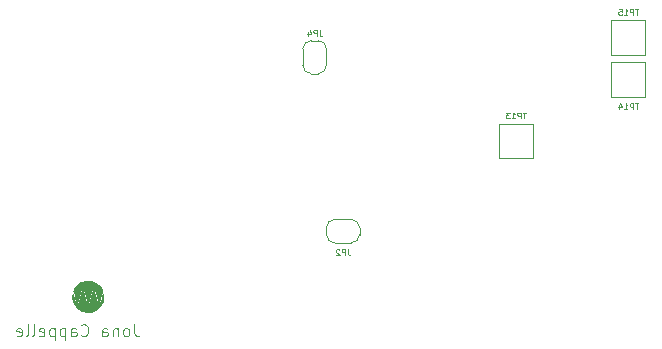
<source format=gbr>
%TF.GenerationSoftware,KiCad,Pcbnew,7.0.1*%
%TF.CreationDate,2024-08-13T13:18:48+02:00*%
%TF.ProjectId,driver_prereg_combined,64726976-6572-45f7-9072-657265675f63,rev?*%
%TF.SameCoordinates,Original*%
%TF.FileFunction,Legend,Bot*%
%TF.FilePolarity,Positive*%
%FSLAX46Y46*%
G04 Gerber Fmt 4.6, Leading zero omitted, Abs format (unit mm)*
G04 Created by KiCad (PCBNEW 7.0.1) date 2024-08-13 13:18:48*
%MOMM*%
%LPD*%
G01*
G04 APERTURE LIST*
%ADD10C,0.125000*%
%ADD11C,0.100000*%
%ADD12C,0.120000*%
%ADD13C,0.010000*%
G04 APERTURE END LIST*
D10*
%TO.C,JP2*%
X151023666Y-111767309D02*
X151023666Y-112124452D01*
X151023666Y-112124452D02*
X151047475Y-112195880D01*
X151047475Y-112195880D02*
X151095094Y-112243500D01*
X151095094Y-112243500D02*
X151166523Y-112267309D01*
X151166523Y-112267309D02*
X151214142Y-112267309D01*
X150785571Y-112267309D02*
X150785571Y-111767309D01*
X150785571Y-111767309D02*
X150595095Y-111767309D01*
X150595095Y-111767309D02*
X150547476Y-111791119D01*
X150547476Y-111791119D02*
X150523666Y-111814928D01*
X150523666Y-111814928D02*
X150499857Y-111862547D01*
X150499857Y-111862547D02*
X150499857Y-111933976D01*
X150499857Y-111933976D02*
X150523666Y-111981595D01*
X150523666Y-111981595D02*
X150547476Y-112005404D01*
X150547476Y-112005404D02*
X150595095Y-112029214D01*
X150595095Y-112029214D02*
X150785571Y-112029214D01*
X150309380Y-111814928D02*
X150285571Y-111791119D01*
X150285571Y-111791119D02*
X150237952Y-111767309D01*
X150237952Y-111767309D02*
X150118904Y-111767309D01*
X150118904Y-111767309D02*
X150071285Y-111791119D01*
X150071285Y-111791119D02*
X150047476Y-111814928D01*
X150047476Y-111814928D02*
X150023666Y-111862547D01*
X150023666Y-111862547D02*
X150023666Y-111910166D01*
X150023666Y-111910166D02*
X150047476Y-111981595D01*
X150047476Y-111981595D02*
X150333190Y-112267309D01*
X150333190Y-112267309D02*
X150023666Y-112267309D01*
%TO.C,TP14*%
X175621046Y-99426309D02*
X175335332Y-99426309D01*
X175478189Y-99926309D02*
X175478189Y-99426309D01*
X175168666Y-99926309D02*
X175168666Y-99426309D01*
X175168666Y-99426309D02*
X174978190Y-99426309D01*
X174978190Y-99426309D02*
X174930571Y-99450119D01*
X174930571Y-99450119D02*
X174906761Y-99473928D01*
X174906761Y-99473928D02*
X174882952Y-99521547D01*
X174882952Y-99521547D02*
X174882952Y-99592976D01*
X174882952Y-99592976D02*
X174906761Y-99640595D01*
X174906761Y-99640595D02*
X174930571Y-99664404D01*
X174930571Y-99664404D02*
X174978190Y-99688214D01*
X174978190Y-99688214D02*
X175168666Y-99688214D01*
X174406761Y-99926309D02*
X174692475Y-99926309D01*
X174549618Y-99926309D02*
X174549618Y-99426309D01*
X174549618Y-99426309D02*
X174597237Y-99497738D01*
X174597237Y-99497738D02*
X174644856Y-99545357D01*
X174644856Y-99545357D02*
X174692475Y-99569166D01*
X173978190Y-99592976D02*
X173978190Y-99926309D01*
X174097238Y-99402500D02*
X174216285Y-99759642D01*
X174216285Y-99759642D02*
X173906762Y-99759642D01*
%TO.C,TP15*%
X175621046Y-91436309D02*
X175335332Y-91436309D01*
X175478189Y-91936309D02*
X175478189Y-91436309D01*
X175168666Y-91936309D02*
X175168666Y-91436309D01*
X175168666Y-91436309D02*
X174978190Y-91436309D01*
X174978190Y-91436309D02*
X174930571Y-91460119D01*
X174930571Y-91460119D02*
X174906761Y-91483928D01*
X174906761Y-91483928D02*
X174882952Y-91531547D01*
X174882952Y-91531547D02*
X174882952Y-91602976D01*
X174882952Y-91602976D02*
X174906761Y-91650595D01*
X174906761Y-91650595D02*
X174930571Y-91674404D01*
X174930571Y-91674404D02*
X174978190Y-91698214D01*
X174978190Y-91698214D02*
X175168666Y-91698214D01*
X174406761Y-91936309D02*
X174692475Y-91936309D01*
X174549618Y-91936309D02*
X174549618Y-91436309D01*
X174549618Y-91436309D02*
X174597237Y-91507738D01*
X174597237Y-91507738D02*
X174644856Y-91555357D01*
X174644856Y-91555357D02*
X174692475Y-91579166D01*
X173954381Y-91436309D02*
X174192476Y-91436309D01*
X174192476Y-91436309D02*
X174216285Y-91674404D01*
X174216285Y-91674404D02*
X174192476Y-91650595D01*
X174192476Y-91650595D02*
X174144857Y-91626785D01*
X174144857Y-91626785D02*
X174025809Y-91626785D01*
X174025809Y-91626785D02*
X173978190Y-91650595D01*
X173978190Y-91650595D02*
X173954381Y-91674404D01*
X173954381Y-91674404D02*
X173930571Y-91722023D01*
X173930571Y-91722023D02*
X173930571Y-91841071D01*
X173930571Y-91841071D02*
X173954381Y-91888690D01*
X173954381Y-91888690D02*
X173978190Y-91912500D01*
X173978190Y-91912500D02*
X174025809Y-91936309D01*
X174025809Y-91936309D02*
X174144857Y-91936309D01*
X174144857Y-91936309D02*
X174192476Y-91912500D01*
X174192476Y-91912500D02*
X174216285Y-91888690D01*
%TO.C,TP13*%
X166096046Y-100199309D02*
X165810332Y-100199309D01*
X165953189Y-100699309D02*
X165953189Y-100199309D01*
X165643666Y-100699309D02*
X165643666Y-100199309D01*
X165643666Y-100199309D02*
X165453190Y-100199309D01*
X165453190Y-100199309D02*
X165405571Y-100223119D01*
X165405571Y-100223119D02*
X165381761Y-100246928D01*
X165381761Y-100246928D02*
X165357952Y-100294547D01*
X165357952Y-100294547D02*
X165357952Y-100365976D01*
X165357952Y-100365976D02*
X165381761Y-100413595D01*
X165381761Y-100413595D02*
X165405571Y-100437404D01*
X165405571Y-100437404D02*
X165453190Y-100461214D01*
X165453190Y-100461214D02*
X165643666Y-100461214D01*
X164881761Y-100699309D02*
X165167475Y-100699309D01*
X165024618Y-100699309D02*
X165024618Y-100199309D01*
X165024618Y-100199309D02*
X165072237Y-100270738D01*
X165072237Y-100270738D02*
X165119856Y-100318357D01*
X165119856Y-100318357D02*
X165167475Y-100342166D01*
X164715095Y-100199309D02*
X164405571Y-100199309D01*
X164405571Y-100199309D02*
X164572238Y-100389785D01*
X164572238Y-100389785D02*
X164500809Y-100389785D01*
X164500809Y-100389785D02*
X164453190Y-100413595D01*
X164453190Y-100413595D02*
X164429381Y-100437404D01*
X164429381Y-100437404D02*
X164405571Y-100485023D01*
X164405571Y-100485023D02*
X164405571Y-100604071D01*
X164405571Y-100604071D02*
X164429381Y-100651690D01*
X164429381Y-100651690D02*
X164453190Y-100675500D01*
X164453190Y-100675500D02*
X164500809Y-100699309D01*
X164500809Y-100699309D02*
X164643666Y-100699309D01*
X164643666Y-100699309D02*
X164691285Y-100675500D01*
X164691285Y-100675500D02*
X164715095Y-100651690D01*
D11*
%TO.C,U8*%
X132953190Y-118130619D02*
X132953190Y-118844904D01*
X132953190Y-118844904D02*
X133000809Y-118987761D01*
X133000809Y-118987761D02*
X133096047Y-119083000D01*
X133096047Y-119083000D02*
X133238904Y-119130619D01*
X133238904Y-119130619D02*
X133334142Y-119130619D01*
X132334142Y-119130619D02*
X132429380Y-119083000D01*
X132429380Y-119083000D02*
X132476999Y-119035380D01*
X132476999Y-119035380D02*
X132524618Y-118940142D01*
X132524618Y-118940142D02*
X132524618Y-118654428D01*
X132524618Y-118654428D02*
X132476999Y-118559190D01*
X132476999Y-118559190D02*
X132429380Y-118511571D01*
X132429380Y-118511571D02*
X132334142Y-118463952D01*
X132334142Y-118463952D02*
X132191285Y-118463952D01*
X132191285Y-118463952D02*
X132096047Y-118511571D01*
X132096047Y-118511571D02*
X132048428Y-118559190D01*
X132048428Y-118559190D02*
X132000809Y-118654428D01*
X132000809Y-118654428D02*
X132000809Y-118940142D01*
X132000809Y-118940142D02*
X132048428Y-119035380D01*
X132048428Y-119035380D02*
X132096047Y-119083000D01*
X132096047Y-119083000D02*
X132191285Y-119130619D01*
X132191285Y-119130619D02*
X132334142Y-119130619D01*
X131572237Y-118463952D02*
X131572237Y-119130619D01*
X131572237Y-118559190D02*
X131524618Y-118511571D01*
X131524618Y-118511571D02*
X131429380Y-118463952D01*
X131429380Y-118463952D02*
X131286523Y-118463952D01*
X131286523Y-118463952D02*
X131191285Y-118511571D01*
X131191285Y-118511571D02*
X131143666Y-118606809D01*
X131143666Y-118606809D02*
X131143666Y-119130619D01*
X130238904Y-119130619D02*
X130238904Y-118606809D01*
X130238904Y-118606809D02*
X130286523Y-118511571D01*
X130286523Y-118511571D02*
X130381761Y-118463952D01*
X130381761Y-118463952D02*
X130572237Y-118463952D01*
X130572237Y-118463952D02*
X130667475Y-118511571D01*
X130238904Y-119083000D02*
X130334142Y-119130619D01*
X130334142Y-119130619D02*
X130572237Y-119130619D01*
X130572237Y-119130619D02*
X130667475Y-119083000D01*
X130667475Y-119083000D02*
X130715094Y-118987761D01*
X130715094Y-118987761D02*
X130715094Y-118892523D01*
X130715094Y-118892523D02*
X130667475Y-118797285D01*
X130667475Y-118797285D02*
X130572237Y-118749666D01*
X130572237Y-118749666D02*
X130334142Y-118749666D01*
X130334142Y-118749666D02*
X130238904Y-118702047D01*
X128429380Y-119035380D02*
X128476999Y-119083000D01*
X128476999Y-119083000D02*
X128619856Y-119130619D01*
X128619856Y-119130619D02*
X128715094Y-119130619D01*
X128715094Y-119130619D02*
X128857951Y-119083000D01*
X128857951Y-119083000D02*
X128953189Y-118987761D01*
X128953189Y-118987761D02*
X129000808Y-118892523D01*
X129000808Y-118892523D02*
X129048427Y-118702047D01*
X129048427Y-118702047D02*
X129048427Y-118559190D01*
X129048427Y-118559190D02*
X129000808Y-118368714D01*
X129000808Y-118368714D02*
X128953189Y-118273476D01*
X128953189Y-118273476D02*
X128857951Y-118178238D01*
X128857951Y-118178238D02*
X128715094Y-118130619D01*
X128715094Y-118130619D02*
X128619856Y-118130619D01*
X128619856Y-118130619D02*
X128476999Y-118178238D01*
X128476999Y-118178238D02*
X128429380Y-118225857D01*
X127572237Y-119130619D02*
X127572237Y-118606809D01*
X127572237Y-118606809D02*
X127619856Y-118511571D01*
X127619856Y-118511571D02*
X127715094Y-118463952D01*
X127715094Y-118463952D02*
X127905570Y-118463952D01*
X127905570Y-118463952D02*
X128000808Y-118511571D01*
X127572237Y-119083000D02*
X127667475Y-119130619D01*
X127667475Y-119130619D02*
X127905570Y-119130619D01*
X127905570Y-119130619D02*
X128000808Y-119083000D01*
X128000808Y-119083000D02*
X128048427Y-118987761D01*
X128048427Y-118987761D02*
X128048427Y-118892523D01*
X128048427Y-118892523D02*
X128000808Y-118797285D01*
X128000808Y-118797285D02*
X127905570Y-118749666D01*
X127905570Y-118749666D02*
X127667475Y-118749666D01*
X127667475Y-118749666D02*
X127572237Y-118702047D01*
X127096046Y-118463952D02*
X127096046Y-119463952D01*
X127096046Y-118511571D02*
X127000808Y-118463952D01*
X127000808Y-118463952D02*
X126810332Y-118463952D01*
X126810332Y-118463952D02*
X126715094Y-118511571D01*
X126715094Y-118511571D02*
X126667475Y-118559190D01*
X126667475Y-118559190D02*
X126619856Y-118654428D01*
X126619856Y-118654428D02*
X126619856Y-118940142D01*
X126619856Y-118940142D02*
X126667475Y-119035380D01*
X126667475Y-119035380D02*
X126715094Y-119083000D01*
X126715094Y-119083000D02*
X126810332Y-119130619D01*
X126810332Y-119130619D02*
X127000808Y-119130619D01*
X127000808Y-119130619D02*
X127096046Y-119083000D01*
X126191284Y-118463952D02*
X126191284Y-119463952D01*
X126191284Y-118511571D02*
X126096046Y-118463952D01*
X126096046Y-118463952D02*
X125905570Y-118463952D01*
X125905570Y-118463952D02*
X125810332Y-118511571D01*
X125810332Y-118511571D02*
X125762713Y-118559190D01*
X125762713Y-118559190D02*
X125715094Y-118654428D01*
X125715094Y-118654428D02*
X125715094Y-118940142D01*
X125715094Y-118940142D02*
X125762713Y-119035380D01*
X125762713Y-119035380D02*
X125810332Y-119083000D01*
X125810332Y-119083000D02*
X125905570Y-119130619D01*
X125905570Y-119130619D02*
X126096046Y-119130619D01*
X126096046Y-119130619D02*
X126191284Y-119083000D01*
X124905570Y-119083000D02*
X125000808Y-119130619D01*
X125000808Y-119130619D02*
X125191284Y-119130619D01*
X125191284Y-119130619D02*
X125286522Y-119083000D01*
X125286522Y-119083000D02*
X125334141Y-118987761D01*
X125334141Y-118987761D02*
X125334141Y-118606809D01*
X125334141Y-118606809D02*
X125286522Y-118511571D01*
X125286522Y-118511571D02*
X125191284Y-118463952D01*
X125191284Y-118463952D02*
X125000808Y-118463952D01*
X125000808Y-118463952D02*
X124905570Y-118511571D01*
X124905570Y-118511571D02*
X124857951Y-118606809D01*
X124857951Y-118606809D02*
X124857951Y-118702047D01*
X124857951Y-118702047D02*
X125334141Y-118797285D01*
X124286522Y-119130619D02*
X124381760Y-119083000D01*
X124381760Y-119083000D02*
X124429379Y-118987761D01*
X124429379Y-118987761D02*
X124429379Y-118130619D01*
X123762712Y-119130619D02*
X123857950Y-119083000D01*
X123857950Y-119083000D02*
X123905569Y-118987761D01*
X123905569Y-118987761D02*
X123905569Y-118130619D01*
X123000807Y-119083000D02*
X123096045Y-119130619D01*
X123096045Y-119130619D02*
X123286521Y-119130619D01*
X123286521Y-119130619D02*
X123381759Y-119083000D01*
X123381759Y-119083000D02*
X123429378Y-118987761D01*
X123429378Y-118987761D02*
X123429378Y-118606809D01*
X123429378Y-118606809D02*
X123381759Y-118511571D01*
X123381759Y-118511571D02*
X123286521Y-118463952D01*
X123286521Y-118463952D02*
X123096045Y-118463952D01*
X123096045Y-118463952D02*
X123000807Y-118511571D01*
X123000807Y-118511571D02*
X122953188Y-118606809D01*
X122953188Y-118606809D02*
X122953188Y-118702047D01*
X122953188Y-118702047D02*
X123429378Y-118797285D01*
D10*
%TO.C,JP4*%
X148625666Y-93203309D02*
X148625666Y-93560452D01*
X148625666Y-93560452D02*
X148649475Y-93631880D01*
X148649475Y-93631880D02*
X148697094Y-93679500D01*
X148697094Y-93679500D02*
X148768523Y-93703309D01*
X148768523Y-93703309D02*
X148816142Y-93703309D01*
X148387571Y-93703309D02*
X148387571Y-93203309D01*
X148387571Y-93203309D02*
X148197095Y-93203309D01*
X148197095Y-93203309D02*
X148149476Y-93227119D01*
X148149476Y-93227119D02*
X148125666Y-93250928D01*
X148125666Y-93250928D02*
X148101857Y-93298547D01*
X148101857Y-93298547D02*
X148101857Y-93369976D01*
X148101857Y-93369976D02*
X148125666Y-93417595D01*
X148125666Y-93417595D02*
X148149476Y-93441404D01*
X148149476Y-93441404D02*
X148197095Y-93465214D01*
X148197095Y-93465214D02*
X148387571Y-93465214D01*
X147673285Y-93369976D02*
X147673285Y-93703309D01*
X147792333Y-93179500D02*
X147911380Y-93536642D01*
X147911380Y-93536642D02*
X147601857Y-93536642D01*
D12*
%TO.C,JP2*%
X149207000Y-109936000D02*
X149207000Y-110536000D01*
X149907000Y-111236000D02*
X151307000Y-111236000D01*
X151307000Y-109236000D02*
X149907000Y-109236000D01*
X152007000Y-110536000D02*
X152007000Y-109936000D01*
X149907000Y-109236000D02*
G75*
G03*
X149207000Y-109936000I-1J-699999D01*
G01*
X149207000Y-110536000D02*
G75*
G03*
X149907000Y-111236000I699999J-1D01*
G01*
X152007000Y-109936000D02*
G75*
G03*
X151307000Y-109236000I-700000J0D01*
G01*
X151307000Y-111236000D02*
G75*
G03*
X152007000Y-110536000I0J700000D01*
G01*
%TO.C,TP14*%
X176202000Y-98859000D02*
X176202000Y-95959000D01*
X176202000Y-95959000D02*
X173302000Y-95959000D01*
X173302000Y-98859000D02*
X176202000Y-98859000D01*
X173302000Y-95959000D02*
X173302000Y-98859000D01*
%TO.C,TP15*%
X176202000Y-95303000D02*
X176202000Y-92403000D01*
X176202000Y-92403000D02*
X173302000Y-92403000D01*
X173302000Y-95303000D02*
X176202000Y-95303000D01*
X173302000Y-92403000D02*
X173302000Y-95303000D01*
%TO.C,TP13*%
X166677000Y-104066000D02*
X166677000Y-101166000D01*
X166677000Y-101166000D02*
X163777000Y-101166000D01*
X163777000Y-104066000D02*
X166677000Y-104066000D01*
X163777000Y-101166000D02*
X163777000Y-104066000D01*
%TO.C,U9*%
D13*
X128550268Y-115192201D02*
X128552447Y-115195437D01*
X128565925Y-115223712D01*
X128583050Y-115270405D01*
X128603253Y-115333585D01*
X128625964Y-115411321D01*
X128650617Y-115501683D01*
X128676643Y-115602741D01*
X128703472Y-115712564D01*
X128710750Y-115742995D01*
X128740432Y-115864323D01*
X128768355Y-115973979D01*
X128793916Y-116069689D01*
X128816510Y-116149183D01*
X128835536Y-116210188D01*
X128838481Y-116220197D01*
X128836027Y-116221714D01*
X128823488Y-116206543D01*
X128802089Y-116176666D01*
X128768351Y-116123112D01*
X128728808Y-116053807D01*
X128682930Y-115967780D01*
X128630188Y-115864059D01*
X128570051Y-115741672D01*
X128435317Y-115463736D01*
X128464495Y-115365807D01*
X128470416Y-115346356D01*
X128486435Y-115296880D01*
X128502098Y-115252248D01*
X128514723Y-115220234D01*
X128523042Y-115201887D01*
X128533080Y-115184469D01*
X128540952Y-115182190D01*
X128550268Y-115192201D01*
G36*
X128550268Y-115192201D02*
G01*
X128552447Y-115195437D01*
X128565925Y-115223712D01*
X128583050Y-115270405D01*
X128603253Y-115333585D01*
X128625964Y-115411321D01*
X128650617Y-115501683D01*
X128676643Y-115602741D01*
X128703472Y-115712564D01*
X128710750Y-115742995D01*
X128740432Y-115864323D01*
X128768355Y-115973979D01*
X128793916Y-116069689D01*
X128816510Y-116149183D01*
X128835536Y-116210188D01*
X128838481Y-116220197D01*
X128836027Y-116221714D01*
X128823488Y-116206543D01*
X128802089Y-116176666D01*
X128768351Y-116123112D01*
X128728808Y-116053807D01*
X128682930Y-115967780D01*
X128630188Y-115864059D01*
X128570051Y-115741672D01*
X128435317Y-115463736D01*
X128464495Y-115365807D01*
X128470416Y-115346356D01*
X128486435Y-115296880D01*
X128502098Y-115252248D01*
X128514723Y-115220234D01*
X128523042Y-115201887D01*
X128533080Y-115184469D01*
X128540952Y-115182190D01*
X128550268Y-115192201D01*
G37*
X128109709Y-115131075D02*
X128153714Y-115153169D01*
X128200244Y-115193603D01*
X128250457Y-115253034D01*
X128305509Y-115332118D01*
X128333463Y-115375181D01*
X128253563Y-115702689D01*
X128245165Y-115737048D01*
X128216578Y-115852752D01*
X128191938Y-115950118D01*
X128170725Y-116030981D01*
X128152417Y-116097178D01*
X128136493Y-116150546D01*
X128122434Y-116192922D01*
X128109718Y-116226142D01*
X128097824Y-116252044D01*
X128076477Y-116293900D01*
X128056383Y-116254732D01*
X128043216Y-116224022D01*
X128027019Y-116177032D01*
X128007616Y-116113072D01*
X127984797Y-116031390D01*
X127958350Y-115931229D01*
X127928065Y-115811836D01*
X127893731Y-115672455D01*
X127822100Y-115378240D01*
X127842077Y-115340980D01*
X127847036Y-115332066D01*
X127878843Y-115283547D01*
X127918085Y-115233616D01*
X127959100Y-115189044D01*
X127996228Y-115156601D01*
X128024651Y-115139281D01*
X128067074Y-115126664D01*
X128109709Y-115131075D01*
G36*
X128109709Y-115131075D02*
G01*
X128153714Y-115153169D01*
X128200244Y-115193603D01*
X128250457Y-115253034D01*
X128305509Y-115332118D01*
X128333463Y-115375181D01*
X128253563Y-115702689D01*
X128245165Y-115737048D01*
X128216578Y-115852752D01*
X128191938Y-115950118D01*
X128170725Y-116030981D01*
X128152417Y-116097178D01*
X128136493Y-116150546D01*
X128122434Y-116192922D01*
X128109718Y-116226142D01*
X128097824Y-116252044D01*
X128076477Y-116293900D01*
X128056383Y-116254732D01*
X128043216Y-116224022D01*
X128027019Y-116177032D01*
X128007616Y-116113072D01*
X127984797Y-116031390D01*
X127958350Y-115931229D01*
X127928065Y-115811836D01*
X127893731Y-115672455D01*
X127822100Y-115378240D01*
X127842077Y-115340980D01*
X127847036Y-115332066D01*
X127878843Y-115283547D01*
X127918085Y-115233616D01*
X127959100Y-115189044D01*
X127996228Y-115156601D01*
X128024651Y-115139281D01*
X128067074Y-115126664D01*
X128109709Y-115131075D01*
G37*
X129983110Y-115139901D02*
X130000097Y-115150826D01*
X130034825Y-115180980D01*
X130073652Y-115221941D01*
X130112335Y-115269091D01*
X130146629Y-115317813D01*
X130185202Y-115378112D01*
X130170177Y-115428873D01*
X130166830Y-115440871D01*
X130157727Y-115475847D01*
X130145197Y-115525718D01*
X130130139Y-115586858D01*
X130113450Y-115655643D01*
X130096027Y-115728446D01*
X130073412Y-115822400D01*
X130042997Y-115944104D01*
X130015924Y-116046261D01*
X129991976Y-116129649D01*
X129970937Y-116195043D01*
X129952590Y-116243220D01*
X129944568Y-116260298D01*
X129931108Y-116280641D01*
X129921516Y-116283389D01*
X129918735Y-116280156D01*
X129906384Y-116257726D01*
X129891043Y-116218700D01*
X129872506Y-116162386D01*
X129850566Y-116088092D01*
X129825017Y-115995126D01*
X129795650Y-115882796D01*
X129762260Y-115750410D01*
X129668992Y-115375333D01*
X129705688Y-115317969D01*
X129724828Y-115290157D01*
X129758513Y-115246375D01*
X129791840Y-115207731D01*
X129811515Y-115187580D01*
X129858168Y-115148758D01*
X129900653Y-115128462D01*
X129941468Y-115125805D01*
X129983110Y-115139901D01*
G36*
X129983110Y-115139901D02*
G01*
X130000097Y-115150826D01*
X130034825Y-115180980D01*
X130073652Y-115221941D01*
X130112335Y-115269091D01*
X130146629Y-115317813D01*
X130185202Y-115378112D01*
X130170177Y-115428873D01*
X130166830Y-115440871D01*
X130157727Y-115475847D01*
X130145197Y-115525718D01*
X130130139Y-115586858D01*
X130113450Y-115655643D01*
X130096027Y-115728446D01*
X130073412Y-115822400D01*
X130042997Y-115944104D01*
X130015924Y-116046261D01*
X129991976Y-116129649D01*
X129970937Y-116195043D01*
X129952590Y-116243220D01*
X129944568Y-116260298D01*
X129931108Y-116280641D01*
X129921516Y-116283389D01*
X129918735Y-116280156D01*
X129906384Y-116257726D01*
X129891043Y-116218700D01*
X129872506Y-116162386D01*
X129850566Y-116088092D01*
X129825017Y-115995126D01*
X129795650Y-115882796D01*
X129762260Y-115750410D01*
X129668992Y-115375333D01*
X129705688Y-115317969D01*
X129724828Y-115290157D01*
X129758513Y-115246375D01*
X129791840Y-115207731D01*
X129811515Y-115187580D01*
X129858168Y-115148758D01*
X129900653Y-115128462D01*
X129941468Y-115125805D01*
X129983110Y-115139901D01*
G37*
X129476367Y-115188471D02*
X129481448Y-115198732D01*
X129492639Y-115227286D01*
X129506689Y-115267106D01*
X129521928Y-115312992D01*
X129536687Y-115359745D01*
X129549297Y-115402166D01*
X129558087Y-115435057D01*
X129561388Y-115453218D01*
X129557015Y-115471052D01*
X129543865Y-115505438D01*
X129523256Y-115553240D01*
X129496516Y-115611785D01*
X129464976Y-115678399D01*
X129429965Y-115750411D01*
X129392812Y-115825146D01*
X129354847Y-115899932D01*
X129317400Y-115972096D01*
X129281799Y-116038965D01*
X129249375Y-116097866D01*
X129221457Y-116146126D01*
X129199374Y-116181072D01*
X129187682Y-116197746D01*
X129172255Y-116218117D01*
X129164469Y-116226070D01*
X129164192Y-116225741D01*
X129166463Y-116213445D01*
X129174129Y-116186950D01*
X129185801Y-116151136D01*
X129187628Y-116145623D01*
X129198788Y-116108516D01*
X129213342Y-116056170D01*
X129230109Y-115993018D01*
X129247907Y-115923494D01*
X129265552Y-115852032D01*
X129279038Y-115796522D01*
X129312516Y-115660838D01*
X129342109Y-115544387D01*
X129368127Y-115446079D01*
X129390885Y-115364822D01*
X129410695Y-115299524D01*
X129427868Y-115249094D01*
X129442719Y-115212440D01*
X129455559Y-115188471D01*
X129457023Y-115186299D01*
X129466523Y-115177914D01*
X129476367Y-115188471D01*
G36*
X129476367Y-115188471D02*
G01*
X129481448Y-115198732D01*
X129492639Y-115227286D01*
X129506689Y-115267106D01*
X129521928Y-115312992D01*
X129536687Y-115359745D01*
X129549297Y-115402166D01*
X129558087Y-115435057D01*
X129561388Y-115453218D01*
X129557015Y-115471052D01*
X129543865Y-115505438D01*
X129523256Y-115553240D01*
X129496516Y-115611785D01*
X129464976Y-115678399D01*
X129429965Y-115750411D01*
X129392812Y-115825146D01*
X129354847Y-115899932D01*
X129317400Y-115972096D01*
X129281799Y-116038965D01*
X129249375Y-116097866D01*
X129221457Y-116146126D01*
X129199374Y-116181072D01*
X129187682Y-116197746D01*
X129172255Y-116218117D01*
X129164469Y-116226070D01*
X129164192Y-116225741D01*
X129166463Y-116213445D01*
X129174129Y-116186950D01*
X129185801Y-116151136D01*
X129187628Y-116145623D01*
X129198788Y-116108516D01*
X129213342Y-116056170D01*
X129230109Y-115993018D01*
X129247907Y-115923494D01*
X129265552Y-115852032D01*
X129279038Y-115796522D01*
X129312516Y-115660838D01*
X129342109Y-115544387D01*
X129368127Y-115446079D01*
X129390885Y-115364822D01*
X129410695Y-115299524D01*
X129427868Y-115249094D01*
X129442719Y-115212440D01*
X129455559Y-115188471D01*
X129457023Y-115186299D01*
X129466523Y-115177914D01*
X129476367Y-115188471D01*
G37*
X129117149Y-114455260D02*
X129198303Y-114462038D01*
X129264931Y-114472578D01*
X129303933Y-114481646D01*
X129462555Y-114531589D01*
X129612356Y-114599970D01*
X129751844Y-114685635D01*
X129879528Y-114787429D01*
X129993914Y-114904199D01*
X130093513Y-115034790D01*
X130176830Y-115178048D01*
X130194385Y-115214473D01*
X130207955Y-115248165D01*
X130212909Y-115271716D01*
X130210595Y-115289577D01*
X130206658Y-115299850D01*
X130200890Y-115304918D01*
X130191465Y-115299205D01*
X130175403Y-115280631D01*
X130149723Y-115247116D01*
X130122604Y-115213639D01*
X130062356Y-115155844D01*
X130001174Y-115119154D01*
X129939540Y-115103563D01*
X129877933Y-115109066D01*
X129816836Y-115135658D01*
X129756729Y-115183333D01*
X129698092Y-115252087D01*
X129652086Y-115315263D01*
X129625265Y-115249197D01*
X129606508Y-115204950D01*
X129582265Y-115157103D01*
X129558301Y-115124856D01*
X129531544Y-115105356D01*
X129498923Y-115095749D01*
X129457368Y-115093181D01*
X129426296Y-115095245D01*
X129389718Y-115107602D01*
X129360474Y-115134120D01*
X129333579Y-115178223D01*
X129320717Y-115205218D01*
X129306890Y-115238453D01*
X129292627Y-115277776D01*
X129277318Y-115325267D01*
X129260354Y-115383005D01*
X129241125Y-115453070D01*
X129219024Y-115537543D01*
X129193440Y-115638503D01*
X129163764Y-115758030D01*
X129147885Y-115821720D01*
X129125588Y-115908899D01*
X129103954Y-115991056D01*
X129083835Y-116065077D01*
X129066081Y-116127846D01*
X129051543Y-116176249D01*
X129041073Y-116207170D01*
X129029735Y-116236140D01*
X129017123Y-116265422D01*
X129008243Y-116279506D01*
X129001047Y-116281249D01*
X128993484Y-116273509D01*
X128986876Y-116263424D01*
X128975834Y-116241811D01*
X128963778Y-116211941D01*
X128950182Y-116172044D01*
X128934519Y-116120350D01*
X128916260Y-116055090D01*
X128894880Y-115974493D01*
X128869851Y-115876789D01*
X128840647Y-115760209D01*
X128813042Y-115649755D01*
X128782837Y-115531323D01*
X128756179Y-115430873D01*
X128732407Y-115346940D01*
X128710859Y-115278060D01*
X128690872Y-115222768D01*
X128671784Y-115179601D01*
X128652933Y-115147092D01*
X128633657Y-115123779D01*
X128613293Y-115108195D01*
X128591180Y-115098878D01*
X128566654Y-115094361D01*
X128539055Y-115093181D01*
X128506531Y-115095441D01*
X128469687Y-115107330D01*
X128439244Y-115131898D01*
X128412094Y-115171911D01*
X128385132Y-115230134D01*
X128351131Y-115313293D01*
X128304596Y-115251388D01*
X128287352Y-115229154D01*
X128235246Y-115171833D01*
X128184843Y-115132924D01*
X128133632Y-115110784D01*
X128079103Y-115103769D01*
X128060595Y-115104579D01*
X128004443Y-115117965D01*
X127949772Y-115148696D01*
X127894855Y-115197941D01*
X127837964Y-115266867D01*
X127799618Y-115318794D01*
X127790414Y-115291182D01*
X127788450Y-115283278D01*
X127788773Y-115265794D01*
X127795678Y-115242076D01*
X127810521Y-115208102D01*
X127834657Y-115159847D01*
X127843180Y-115143584D01*
X127930049Y-115002568D01*
X128032741Y-114874861D01*
X128149884Y-114761509D01*
X128280107Y-114663559D01*
X128422038Y-114582057D01*
X128574308Y-114518048D01*
X128735544Y-114472578D01*
X128773542Y-114465785D01*
X128849666Y-114457509D01*
X128936518Y-114452996D01*
X129027783Y-114452247D01*
X129117149Y-114455260D01*
G36*
X129117149Y-114455260D02*
G01*
X129198303Y-114462038D01*
X129264931Y-114472578D01*
X129303933Y-114481646D01*
X129462555Y-114531589D01*
X129612356Y-114599970D01*
X129751844Y-114685635D01*
X129879528Y-114787429D01*
X129993914Y-114904199D01*
X130093513Y-115034790D01*
X130176830Y-115178048D01*
X130194385Y-115214473D01*
X130207955Y-115248165D01*
X130212909Y-115271716D01*
X130210595Y-115289577D01*
X130206658Y-115299850D01*
X130200890Y-115304918D01*
X130191465Y-115299205D01*
X130175403Y-115280631D01*
X130149723Y-115247116D01*
X130122604Y-115213639D01*
X130062356Y-115155844D01*
X130001174Y-115119154D01*
X129939540Y-115103563D01*
X129877933Y-115109066D01*
X129816836Y-115135658D01*
X129756729Y-115183333D01*
X129698092Y-115252087D01*
X129652086Y-115315263D01*
X129625265Y-115249197D01*
X129606508Y-115204950D01*
X129582265Y-115157103D01*
X129558301Y-115124856D01*
X129531544Y-115105356D01*
X129498923Y-115095749D01*
X129457368Y-115093181D01*
X129426296Y-115095245D01*
X129389718Y-115107602D01*
X129360474Y-115134120D01*
X129333579Y-115178223D01*
X129320717Y-115205218D01*
X129306890Y-115238453D01*
X129292627Y-115277776D01*
X129277318Y-115325267D01*
X129260354Y-115383005D01*
X129241125Y-115453070D01*
X129219024Y-115537543D01*
X129193440Y-115638503D01*
X129163764Y-115758030D01*
X129147885Y-115821720D01*
X129125588Y-115908899D01*
X129103954Y-115991056D01*
X129083835Y-116065077D01*
X129066081Y-116127846D01*
X129051543Y-116176249D01*
X129041073Y-116207170D01*
X129029735Y-116236140D01*
X129017123Y-116265422D01*
X129008243Y-116279506D01*
X129001047Y-116281249D01*
X128993484Y-116273509D01*
X128986876Y-116263424D01*
X128975834Y-116241811D01*
X128963778Y-116211941D01*
X128950182Y-116172044D01*
X128934519Y-116120350D01*
X128916260Y-116055090D01*
X128894880Y-115974493D01*
X128869851Y-115876789D01*
X128840647Y-115760209D01*
X128813042Y-115649755D01*
X128782837Y-115531323D01*
X128756179Y-115430873D01*
X128732407Y-115346940D01*
X128710859Y-115278060D01*
X128690872Y-115222768D01*
X128671784Y-115179601D01*
X128652933Y-115147092D01*
X128633657Y-115123779D01*
X128613293Y-115108195D01*
X128591180Y-115098878D01*
X128566654Y-115094361D01*
X128539055Y-115093181D01*
X128506531Y-115095441D01*
X128469687Y-115107330D01*
X128439244Y-115131898D01*
X128412094Y-115171911D01*
X128385132Y-115230134D01*
X128351131Y-115313293D01*
X128304596Y-115251388D01*
X128287352Y-115229154D01*
X128235246Y-115171833D01*
X128184843Y-115132924D01*
X128133632Y-115110784D01*
X128079103Y-115103769D01*
X128060595Y-115104579D01*
X128004443Y-115117965D01*
X127949772Y-115148696D01*
X127894855Y-115197941D01*
X127837964Y-115266867D01*
X127799618Y-115318794D01*
X127790414Y-115291182D01*
X127788450Y-115283278D01*
X127788773Y-115265794D01*
X127795678Y-115242076D01*
X127810521Y-115208102D01*
X127834657Y-115159847D01*
X127843180Y-115143584D01*
X127930049Y-115002568D01*
X128032741Y-114874861D01*
X128149884Y-114761509D01*
X128280107Y-114663559D01*
X128422038Y-114582057D01*
X128574308Y-114518048D01*
X128735544Y-114472578D01*
X128773542Y-114465785D01*
X128849666Y-114457509D01*
X128936518Y-114452996D01*
X129027783Y-114452247D01*
X129117149Y-114455260D01*
G37*
X130274735Y-115550598D02*
X130284208Y-115566841D01*
X130295798Y-115593806D01*
X130300752Y-115610491D01*
X130308046Y-115656406D01*
X130312170Y-115715786D01*
X130313111Y-115783686D01*
X130310860Y-115855161D01*
X130305402Y-115925267D01*
X130296728Y-115989059D01*
X130258753Y-116146733D01*
X130200906Y-116299860D01*
X130124597Y-116445107D01*
X130031068Y-116580113D01*
X129921560Y-116702518D01*
X129888619Y-116733882D01*
X129759427Y-116838593D01*
X129618827Y-116925713D01*
X129467749Y-116994797D01*
X129307123Y-117045401D01*
X129137878Y-117077081D01*
X129100154Y-117079811D01*
X129042372Y-117080327D01*
X128974767Y-117078380D01*
X128903281Y-117074320D01*
X128833856Y-117068493D01*
X128772434Y-117061247D01*
X128724956Y-117052929D01*
X128673437Y-117040228D01*
X128513826Y-116987181D01*
X128364618Y-116916362D01*
X128226941Y-116828787D01*
X128101923Y-116725473D01*
X127990691Y-116607437D01*
X127894374Y-116475695D01*
X127814101Y-116331264D01*
X127750998Y-116175160D01*
X127716408Y-116050410D01*
X127694472Y-115912163D01*
X127687357Y-115763694D01*
X127687796Y-115708322D01*
X127689600Y-115665707D01*
X127693377Y-115634887D01*
X127699732Y-115611043D01*
X127709271Y-115589357D01*
X127716304Y-115576221D01*
X127728713Y-115556573D01*
X127735588Y-115550805D01*
X127736443Y-115552759D01*
X127741777Y-115570891D01*
X127750950Y-115605415D01*
X127763178Y-115653278D01*
X127777675Y-115711430D01*
X127793659Y-115776820D01*
X127804641Y-115821955D01*
X127834840Y-115943095D01*
X127861851Y-116045499D01*
X127886407Y-116130685D01*
X127909241Y-116200168D01*
X127931086Y-116255466D01*
X127952676Y-116298095D01*
X127974742Y-116329573D01*
X127998019Y-116351415D01*
X128023240Y-116365139D01*
X128051137Y-116372261D01*
X128082444Y-116374298D01*
X128099745Y-116373363D01*
X128128280Y-116366484D01*
X128154472Y-116351698D01*
X128178987Y-116327566D01*
X128202494Y-116292649D01*
X128225658Y-116245509D01*
X128249147Y-116184706D01*
X128273627Y-116108801D01*
X128299766Y-116016356D01*
X128328229Y-115905933D01*
X128359685Y-115776090D01*
X128363494Y-115760075D01*
X128378736Y-115697286D01*
X128392558Y-115642313D01*
X128404121Y-115598359D01*
X128412589Y-115568630D01*
X128417125Y-115556327D01*
X128419845Y-115558103D01*
X128430858Y-115574861D01*
X128448708Y-115606755D01*
X128472034Y-115651232D01*
X128499478Y-115705739D01*
X128529680Y-115767719D01*
X128569749Y-115850439D01*
X128621514Y-115954133D01*
X128667423Y-116041441D01*
X128708699Y-116114278D01*
X128746570Y-116174559D01*
X128782261Y-116224201D01*
X128816997Y-116265117D01*
X128852005Y-116299225D01*
X128888510Y-116328438D01*
X128904600Y-116339598D01*
X128956356Y-116366415D01*
X129005211Y-116375366D01*
X129054005Y-116366066D01*
X129105580Y-116338127D01*
X129162778Y-116291165D01*
X129201661Y-116248722D01*
X129248708Y-116184109D01*
X129301343Y-116099630D01*
X129359635Y-115995165D01*
X129423656Y-115870595D01*
X129493475Y-115725799D01*
X129519838Y-115670288D01*
X129543608Y-115621480D01*
X129563023Y-115582907D01*
X129576574Y-115557567D01*
X129582754Y-115548454D01*
X129582811Y-115548462D01*
X129587136Y-115558778D01*
X129595322Y-115586450D01*
X129606515Y-115628286D01*
X129619859Y-115681094D01*
X129634500Y-115741680D01*
X129661863Y-115855085D01*
X129691721Y-115972444D01*
X129718928Y-116071396D01*
X129743928Y-116153292D01*
X129767168Y-116219482D01*
X129789091Y-116271317D01*
X129810144Y-116310149D01*
X129830772Y-116337328D01*
X129846760Y-116353389D01*
X129866567Y-116367211D01*
X129890341Y-116373078D01*
X129926665Y-116374298D01*
X129953299Y-116373804D01*
X129980128Y-116369755D01*
X130000233Y-116358825D01*
X130022169Y-116337740D01*
X130035743Y-116321208D01*
X130054393Y-116290848D01*
X130073421Y-116250223D01*
X130093426Y-116197577D01*
X130115008Y-116131155D01*
X130138768Y-116049201D01*
X130165307Y-115949960D01*
X130195224Y-115831676D01*
X130197042Y-115824346D01*
X130215485Y-115750986D01*
X130232492Y-115685076D01*
X130247352Y-115629242D01*
X130259352Y-115586110D01*
X130267783Y-115558306D01*
X130271932Y-115548454D01*
X130274735Y-115550598D01*
G36*
X130274735Y-115550598D02*
G01*
X130284208Y-115566841D01*
X130295798Y-115593806D01*
X130300752Y-115610491D01*
X130308046Y-115656406D01*
X130312170Y-115715786D01*
X130313111Y-115783686D01*
X130310860Y-115855161D01*
X130305402Y-115925267D01*
X130296728Y-115989059D01*
X130258753Y-116146733D01*
X130200906Y-116299860D01*
X130124597Y-116445107D01*
X130031068Y-116580113D01*
X129921560Y-116702518D01*
X129888619Y-116733882D01*
X129759427Y-116838593D01*
X129618827Y-116925713D01*
X129467749Y-116994797D01*
X129307123Y-117045401D01*
X129137878Y-117077081D01*
X129100154Y-117079811D01*
X129042372Y-117080327D01*
X128974767Y-117078380D01*
X128903281Y-117074320D01*
X128833856Y-117068493D01*
X128772434Y-117061247D01*
X128724956Y-117052929D01*
X128673437Y-117040228D01*
X128513826Y-116987181D01*
X128364618Y-116916362D01*
X128226941Y-116828787D01*
X128101923Y-116725473D01*
X127990691Y-116607437D01*
X127894374Y-116475695D01*
X127814101Y-116331264D01*
X127750998Y-116175160D01*
X127716408Y-116050410D01*
X127694472Y-115912163D01*
X127687357Y-115763694D01*
X127687796Y-115708322D01*
X127689600Y-115665707D01*
X127693377Y-115634887D01*
X127699732Y-115611043D01*
X127709271Y-115589357D01*
X127716304Y-115576221D01*
X127728713Y-115556573D01*
X127735588Y-115550805D01*
X127736443Y-115552759D01*
X127741777Y-115570891D01*
X127750950Y-115605415D01*
X127763178Y-115653278D01*
X127777675Y-115711430D01*
X127793659Y-115776820D01*
X127804641Y-115821955D01*
X127834840Y-115943095D01*
X127861851Y-116045499D01*
X127886407Y-116130685D01*
X127909241Y-116200168D01*
X127931086Y-116255466D01*
X127952676Y-116298095D01*
X127974742Y-116329573D01*
X127998019Y-116351415D01*
X128023240Y-116365139D01*
X128051137Y-116372261D01*
X128082444Y-116374298D01*
X128099745Y-116373363D01*
X128128280Y-116366484D01*
X128154472Y-116351698D01*
X128178987Y-116327566D01*
X128202494Y-116292649D01*
X128225658Y-116245509D01*
X128249147Y-116184706D01*
X128273627Y-116108801D01*
X128299766Y-116016356D01*
X128328229Y-115905933D01*
X128359685Y-115776090D01*
X128363494Y-115760075D01*
X128378736Y-115697286D01*
X128392558Y-115642313D01*
X128404121Y-115598359D01*
X128412589Y-115568630D01*
X128417125Y-115556327D01*
X128419845Y-115558103D01*
X128430858Y-115574861D01*
X128448708Y-115606755D01*
X128472034Y-115651232D01*
X128499478Y-115705739D01*
X128529680Y-115767719D01*
X128569749Y-115850439D01*
X128621514Y-115954133D01*
X128667423Y-116041441D01*
X128708699Y-116114278D01*
X128746570Y-116174559D01*
X128782261Y-116224201D01*
X128816997Y-116265117D01*
X128852005Y-116299225D01*
X128888510Y-116328438D01*
X128904600Y-116339598D01*
X128956356Y-116366415D01*
X129005211Y-116375366D01*
X129054005Y-116366066D01*
X129105580Y-116338127D01*
X129162778Y-116291165D01*
X129201661Y-116248722D01*
X129248708Y-116184109D01*
X129301343Y-116099630D01*
X129359635Y-115995165D01*
X129423656Y-115870595D01*
X129493475Y-115725799D01*
X129519838Y-115670288D01*
X129543608Y-115621480D01*
X129563023Y-115582907D01*
X129576574Y-115557567D01*
X129582754Y-115548454D01*
X129582811Y-115548462D01*
X129587136Y-115558778D01*
X129595322Y-115586450D01*
X129606515Y-115628286D01*
X129619859Y-115681094D01*
X129634500Y-115741680D01*
X129661863Y-115855085D01*
X129691721Y-115972444D01*
X129718928Y-116071396D01*
X129743928Y-116153292D01*
X129767168Y-116219482D01*
X129789091Y-116271317D01*
X129810144Y-116310149D01*
X129830772Y-116337328D01*
X129846760Y-116353389D01*
X129866567Y-116367211D01*
X129890341Y-116373078D01*
X129926665Y-116374298D01*
X129953299Y-116373804D01*
X129980128Y-116369755D01*
X130000233Y-116358825D01*
X130022169Y-116337740D01*
X130035743Y-116321208D01*
X130054393Y-116290848D01*
X130073421Y-116250223D01*
X130093426Y-116197577D01*
X130115008Y-116131155D01*
X130138768Y-116049201D01*
X130165307Y-115949960D01*
X130195224Y-115831676D01*
X130197042Y-115824346D01*
X130215485Y-115750986D01*
X130232492Y-115685076D01*
X130247352Y-115629242D01*
X130259352Y-115586110D01*
X130267783Y-115558306D01*
X130271932Y-115548454D01*
X130274735Y-115550598D01*
G37*
D12*
%TO.C,JP4*%
X148509000Y-94104000D02*
X147909000Y-94104000D01*
X147209000Y-94804000D02*
X147209000Y-96204000D01*
X149209000Y-96204000D02*
X149209000Y-94804000D01*
X147909000Y-96904000D02*
X148509000Y-96904000D01*
X149209000Y-94804000D02*
G75*
G03*
X148509000Y-94104000I-699999J1D01*
G01*
X147909000Y-94104000D02*
G75*
G03*
X147209000Y-94804000I-1J-699999D01*
G01*
X148509000Y-96904000D02*
G75*
G03*
X149209000Y-96204000I0J700000D01*
G01*
X147209000Y-96204000D02*
G75*
G03*
X147909000Y-96904000I700000J0D01*
G01*
%TD*%
M02*

</source>
